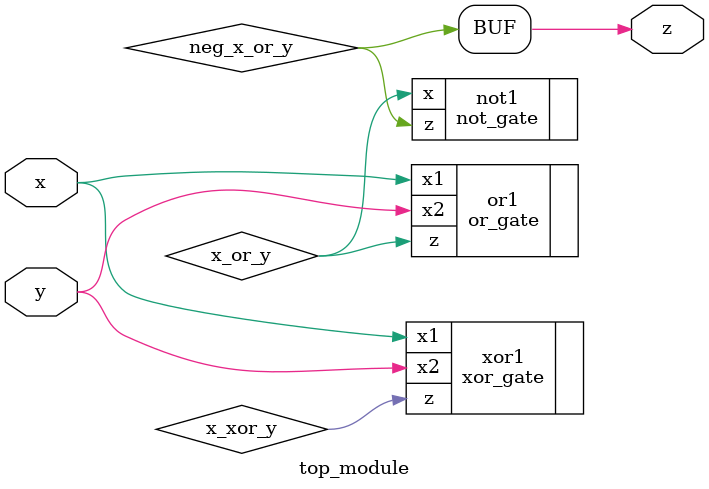
<source format=sv>
module top_module(
	input x,
	input y,
	output z);

	// Declare internal wires
	wire x_xor_y;
	wire x_or_y;
	wire neg_x_or_y;
	
	// Perform XOR operation
	xor_gate xor1(
		.x1(x),
		.x2(y),
		.z(x_xor_y)
	);

	// Perform OR operation
	or_gate or1(
		.x1(x),
		.x2(y),
		.z(x_or_y)
	);

	// Perform negation operation
	not_gate not1(
		.x(x_or_y),
		.z(neg_x_or_y)
	);

	// Assign output
	assign z = neg_x_or_y;
	
endmodule

</source>
